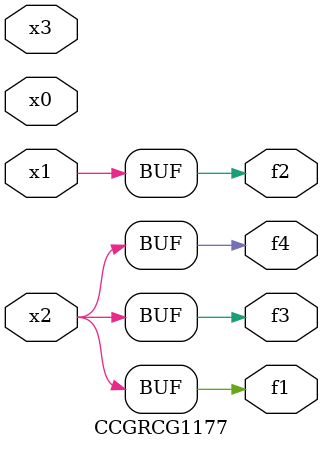
<source format=v>
module CCGRCG1177(
	input x0, x1, x2, x3,
	output f1, f2, f3, f4
);
	assign f1 = x2;
	assign f2 = x1;
	assign f3 = x2;
	assign f4 = x2;
endmodule

</source>
